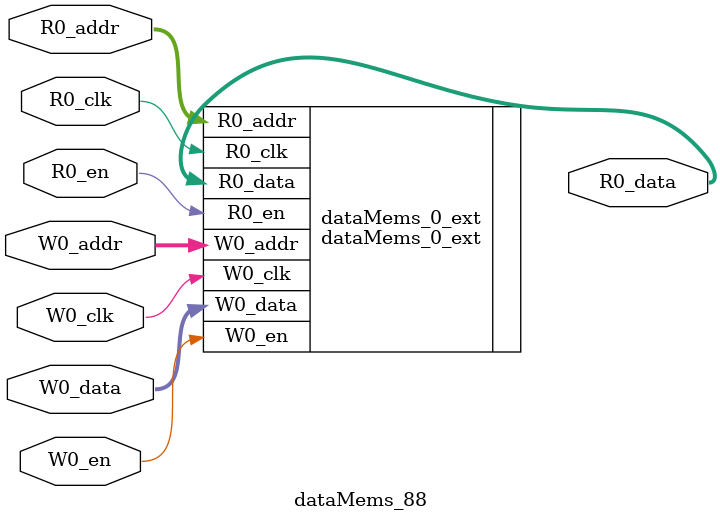
<source format=sv>
`ifndef RANDOMIZE
  `ifdef RANDOMIZE_REG_INIT
    `define RANDOMIZE
  `endif // RANDOMIZE_REG_INIT
`endif // not def RANDOMIZE
`ifndef RANDOMIZE
  `ifdef RANDOMIZE_MEM_INIT
    `define RANDOMIZE
  `endif // RANDOMIZE_MEM_INIT
`endif // not def RANDOMIZE

`ifndef RANDOM
  `define RANDOM $random
`endif // not def RANDOM

// Users can define 'PRINTF_COND' to add an extra gate to prints.
`ifndef PRINTF_COND_
  `ifdef PRINTF_COND
    `define PRINTF_COND_ (`PRINTF_COND)
  `else  // PRINTF_COND
    `define PRINTF_COND_ 1
  `endif // PRINTF_COND
`endif // not def PRINTF_COND_

// Users can define 'ASSERT_VERBOSE_COND' to add an extra gate to assert error printing.
`ifndef ASSERT_VERBOSE_COND_
  `ifdef ASSERT_VERBOSE_COND
    `define ASSERT_VERBOSE_COND_ (`ASSERT_VERBOSE_COND)
  `else  // ASSERT_VERBOSE_COND
    `define ASSERT_VERBOSE_COND_ 1
  `endif // ASSERT_VERBOSE_COND
`endif // not def ASSERT_VERBOSE_COND_

// Users can define 'STOP_COND' to add an extra gate to stop conditions.
`ifndef STOP_COND_
  `ifdef STOP_COND
    `define STOP_COND_ (`STOP_COND)
  `else  // STOP_COND
    `define STOP_COND_ 1
  `endif // STOP_COND
`endif // not def STOP_COND_

// Users can define INIT_RANDOM as general code that gets injected into the
// initializer block for modules with registers.
`ifndef INIT_RANDOM
  `define INIT_RANDOM
`endif // not def INIT_RANDOM

// If using random initialization, you can also define RANDOMIZE_DELAY to
// customize the delay used, otherwise 0.002 is used.
`ifndef RANDOMIZE_DELAY
  `define RANDOMIZE_DELAY 0.002
`endif // not def RANDOMIZE_DELAY

// Define INIT_RANDOM_PROLOG_ for use in our modules below.
`ifndef INIT_RANDOM_PROLOG_
  `ifdef RANDOMIZE
    `ifdef VERILATOR
      `define INIT_RANDOM_PROLOG_ `INIT_RANDOM
    `else  // VERILATOR
      `define INIT_RANDOM_PROLOG_ `INIT_RANDOM #`RANDOMIZE_DELAY begin end
    `endif // VERILATOR
  `else  // RANDOMIZE
    `define INIT_RANDOM_PROLOG_
  `endif // RANDOMIZE
`endif // not def INIT_RANDOM_PROLOG_

// Include register initializers in init blocks unless synthesis is set
`ifndef SYNTHESIS
  `ifndef ENABLE_INITIAL_REG_
    `define ENABLE_INITIAL_REG_
  `endif // not def ENABLE_INITIAL_REG_
`endif // not def SYNTHESIS

// Include rmemory initializers in init blocks unless synthesis is set
`ifndef SYNTHESIS
  `ifndef ENABLE_INITIAL_MEM_
    `define ENABLE_INITIAL_MEM_
  `endif // not def ENABLE_INITIAL_MEM_
`endif // not def SYNTHESIS

module dataMems_88(	// @[generators/ara/src/main/scala/UnsafeAXI4ToTL.scala:365:62]
  input  [4:0]  R0_addr,
  input         R0_en,
  input         R0_clk,
  output [66:0] R0_data,
  input  [4:0]  W0_addr,
  input         W0_en,
  input         W0_clk,
  input  [66:0] W0_data
);

  dataMems_0_ext dataMems_0_ext (	// @[generators/ara/src/main/scala/UnsafeAXI4ToTL.scala:365:62]
    .R0_addr (R0_addr),
    .R0_en   (R0_en),
    .R0_clk  (R0_clk),
    .R0_data (R0_data),
    .W0_addr (W0_addr),
    .W0_en   (W0_en),
    .W0_clk  (W0_clk),
    .W0_data (W0_data)
  );
endmodule


</source>
